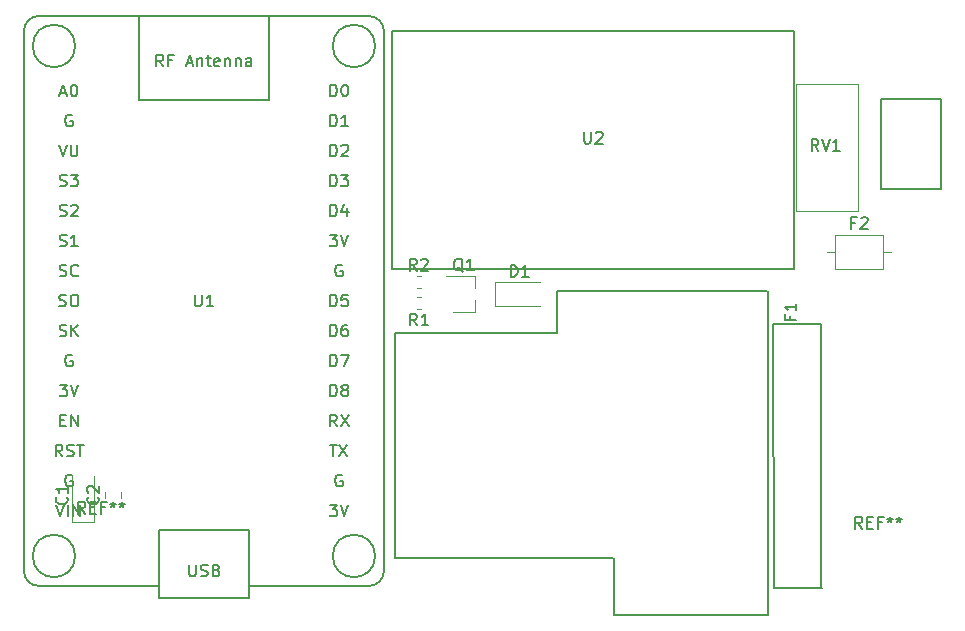
<source format=gbr>
G04 #@! TF.GenerationSoftware,KiCad,Pcbnew,5.0.0-fee4fd1~66~ubuntu16.04.1*
G04 #@! TF.CreationDate,2018-12-09T19:38:54+07:00*
G04 #@! TF.ProjectId,master_circuit,6D61737465725F636972637569742E6B,rev?*
G04 #@! TF.SameCoordinates,Original*
G04 #@! TF.FileFunction,Legend,Top*
G04 #@! TF.FilePolarity,Positive*
%FSLAX46Y46*%
G04 Gerber Fmt 4.6, Leading zero omitted, Abs format (unit mm)*
G04 Created by KiCad (PCBNEW 5.0.0-fee4fd1~66~ubuntu16.04.1) date Sun Dec  9 19:38:54 2018*
%MOMM*%
%LPD*%
G01*
G04 APERTURE LIST*
%ADD10C,0.120000*%
%ADD11C,0.150000*%
G04 APERTURE END LIST*
D10*
G04 #@! TO.C,F2*
X175466000Y-111356000D02*
X175466000Y-114196000D01*
X175466000Y-114196000D02*
X179506000Y-114196000D01*
X179506000Y-114196000D02*
X179506000Y-111356000D01*
X179506000Y-111356000D02*
X175466000Y-111356000D01*
X174776000Y-112776000D02*
X175466000Y-112776000D01*
X180196000Y-112776000D02*
X179506000Y-112776000D01*
D11*
G04 #@! TO.C,J3*
X179324000Y-99822000D02*
X184404000Y-99822000D01*
X184404000Y-99822000D02*
X184404000Y-107442000D01*
X184404000Y-107442000D02*
X179324000Y-107442000D01*
X179324000Y-107442000D02*
X179324000Y-99822000D01*
G04 #@! TO.C,F1*
X174212000Y-118856000D02*
X174244000Y-141224000D01*
X170212000Y-118856000D02*
X170307000Y-141224000D01*
X174307000Y-141224000D02*
X170307000Y-141224000D01*
X174212000Y-118856000D02*
X170212000Y-118856000D01*
D10*
G04 #@! TO.C,C2*
X115010000Y-133608578D02*
X115010000Y-133091422D01*
X113590000Y-133608578D02*
X113590000Y-133091422D01*
G04 #@! TO.C,D1*
X146644000Y-115332000D02*
X146644000Y-117332000D01*
X146644000Y-117332000D02*
X150494000Y-117332000D01*
X146644000Y-115332000D02*
X150494000Y-115332000D01*
D11*
G04 #@! TO.C,K1*
X169718000Y-116110000D02*
X169718000Y-143510000D01*
X169672000Y-116078000D02*
X151892000Y-116078000D01*
X138176000Y-119634000D02*
X138176000Y-138684000D01*
X156666000Y-138694000D02*
X138176000Y-138684000D01*
X156718000Y-143464000D02*
X156718000Y-138684000D01*
X156718000Y-143510000D02*
X169718000Y-143510000D01*
X151892000Y-119634000D02*
X138176000Y-119634000D01*
X151892000Y-119608000D02*
X151892000Y-116078000D01*
D10*
G04 #@! TO.C,R1*
X140370779Y-117604000D02*
X140045221Y-117604000D01*
X140370779Y-116584000D02*
X140045221Y-116584000D01*
D11*
G04 #@! TO.C,U1*
X135975001Y-141045001D02*
X125805001Y-141045001D01*
X127495001Y-99915001D02*
X116495001Y-99915001D01*
X127495001Y-92785001D02*
X127495001Y-99915001D01*
X116495001Y-99915001D02*
X116495001Y-92785001D01*
X118195001Y-142045001D02*
X118195001Y-136315001D01*
X118195001Y-136315001D02*
X125795001Y-136315001D01*
X125795001Y-136315001D02*
X125795001Y-142045001D01*
X125795001Y-142045001D02*
X118195001Y-142045001D01*
X108025001Y-92785001D02*
G75*
G03X106755001Y-94055001I0J-1270000D01*
G01*
X137235001Y-94055001D02*
G75*
G03X135965001Y-92785001I-1270000J0D01*
G01*
X135965001Y-141045001D02*
G75*
G03X137235001Y-139775001I0J1270000D01*
G01*
X106755001Y-139775001D02*
G75*
G03X108025001Y-141045001I1270000J0D01*
G01*
X137235001Y-94055001D02*
X137235001Y-139775001D01*
X106755001Y-94055001D02*
X106755001Y-139775001D01*
X118195001Y-141045001D02*
X108025001Y-141045001D01*
X136491052Y-138505001D02*
G75*
G03X136491052Y-138505001I-1796051J0D01*
G01*
X111091052Y-138505001D02*
G75*
G03X111091052Y-138505001I-1796051J0D01*
G01*
X111091052Y-95325001D02*
G75*
G03X111091052Y-95325001I-1796051J0D01*
G01*
X136491052Y-95325001D02*
G75*
G03X136491052Y-95325001I-1796051J0D01*
G01*
X135965001Y-92785001D02*
X108025001Y-92785001D01*
G04 #@! TO.C,U2*
X171940000Y-114240000D02*
X171940000Y-94040000D01*
X137940000Y-114240000D02*
X171940000Y-114240000D01*
X137940000Y-114040000D02*
X137940000Y-114240000D01*
X137940000Y-94040000D02*
X137940000Y-114040000D01*
X171940000Y-94040000D02*
X137940000Y-94040000D01*
D10*
G04 #@! TO.C,R2*
X140019721Y-114806000D02*
X140345279Y-114806000D01*
X140019721Y-115826000D02*
X140345279Y-115826000D01*
G04 #@! TO.C,RV1*
X172132000Y-109316000D02*
X172132000Y-98576000D01*
X177372000Y-109316000D02*
X177372000Y-98576000D01*
X172132000Y-109316000D02*
X177372000Y-109316000D01*
X172132000Y-98576000D02*
X177372000Y-98576000D01*
G04 #@! TO.C,Q1*
X144968000Y-116832000D02*
X144968000Y-117882000D01*
X144968000Y-117882000D02*
X143118000Y-117882000D01*
X144968000Y-114832000D02*
X144968000Y-115832000D01*
X144948000Y-114822000D02*
X142518000Y-114822000D01*
G04 #@! TO.C,C1*
X110825000Y-131750000D02*
X110825000Y-135660000D01*
X110825000Y-135660000D02*
X112695000Y-135660000D01*
X112695000Y-135660000D02*
X112695000Y-131750000D01*
G04 #@! TO.C,REF\002A\002A*
D11*
X111950666Y-134922380D02*
X111617333Y-134446190D01*
X111379238Y-134922380D02*
X111379238Y-133922380D01*
X111760190Y-133922380D01*
X111855428Y-133970000D01*
X111903047Y-134017619D01*
X111950666Y-134112857D01*
X111950666Y-134255714D01*
X111903047Y-134350952D01*
X111855428Y-134398571D01*
X111760190Y-134446190D01*
X111379238Y-134446190D01*
X112379238Y-134398571D02*
X112712571Y-134398571D01*
X112855428Y-134922380D02*
X112379238Y-134922380D01*
X112379238Y-133922380D01*
X112855428Y-133922380D01*
X113617333Y-134398571D02*
X113284000Y-134398571D01*
X113284000Y-134922380D02*
X113284000Y-133922380D01*
X113760190Y-133922380D01*
X114284000Y-133922380D02*
X114284000Y-134160476D01*
X114045904Y-134065238D02*
X114284000Y-134160476D01*
X114522095Y-134065238D01*
X114141142Y-134350952D02*
X114284000Y-134160476D01*
X114426857Y-134350952D01*
X115045904Y-133922380D02*
X115045904Y-134160476D01*
X114807809Y-134065238D02*
X115045904Y-134160476D01*
X115284000Y-134065238D01*
X114903047Y-134350952D02*
X115045904Y-134160476D01*
X115188761Y-134350952D01*
X177736666Y-136192380D02*
X177403333Y-135716190D01*
X177165238Y-136192380D02*
X177165238Y-135192380D01*
X177546190Y-135192380D01*
X177641428Y-135240000D01*
X177689047Y-135287619D01*
X177736666Y-135382857D01*
X177736666Y-135525714D01*
X177689047Y-135620952D01*
X177641428Y-135668571D01*
X177546190Y-135716190D01*
X177165238Y-135716190D01*
X178165238Y-135668571D02*
X178498571Y-135668571D01*
X178641428Y-136192380D02*
X178165238Y-136192380D01*
X178165238Y-135192380D01*
X178641428Y-135192380D01*
X179403333Y-135668571D02*
X179070000Y-135668571D01*
X179070000Y-136192380D02*
X179070000Y-135192380D01*
X179546190Y-135192380D01*
X180070000Y-135192380D02*
X180070000Y-135430476D01*
X179831904Y-135335238D02*
X180070000Y-135430476D01*
X180308095Y-135335238D01*
X179927142Y-135620952D02*
X180070000Y-135430476D01*
X180212857Y-135620952D01*
X180831904Y-135192380D02*
X180831904Y-135430476D01*
X180593809Y-135335238D02*
X180831904Y-135430476D01*
X181070000Y-135335238D01*
X180689047Y-135620952D02*
X180831904Y-135430476D01*
X180974761Y-135620952D01*
G04 #@! TO.C,F2*
X177152666Y-110284571D02*
X176819333Y-110284571D01*
X176819333Y-110808380D02*
X176819333Y-109808380D01*
X177295523Y-109808380D01*
X177628857Y-109903619D02*
X177676476Y-109856000D01*
X177771714Y-109808380D01*
X178009809Y-109808380D01*
X178105047Y-109856000D01*
X178152666Y-109903619D01*
X178200285Y-109998857D01*
X178200285Y-110094095D01*
X178152666Y-110236952D01*
X177581238Y-110808380D01*
X178200285Y-110808380D01*
G04 #@! TO.C,F1*
X171640571Y-118189333D02*
X171640571Y-118522666D01*
X172164380Y-118522666D02*
X171164380Y-118522666D01*
X171164380Y-118046476D01*
X172164380Y-117141714D02*
X172164380Y-117713142D01*
X172164380Y-117427428D02*
X171164380Y-117427428D01*
X171307238Y-117522666D01*
X171402476Y-117617904D01*
X171450095Y-117713142D01*
G04 #@! TO.C,C2*
X113007142Y-133516666D02*
X113054761Y-133564285D01*
X113102380Y-133707142D01*
X113102380Y-133802380D01*
X113054761Y-133945238D01*
X112959523Y-134040476D01*
X112864285Y-134088095D01*
X112673809Y-134135714D01*
X112530952Y-134135714D01*
X112340476Y-134088095D01*
X112245238Y-134040476D01*
X112150000Y-133945238D01*
X112102380Y-133802380D01*
X112102380Y-133707142D01*
X112150000Y-133564285D01*
X112197619Y-133516666D01*
X112197619Y-133135714D02*
X112150000Y-133088095D01*
X112102380Y-132992857D01*
X112102380Y-132754761D01*
X112150000Y-132659523D01*
X112197619Y-132611904D01*
X112292857Y-132564285D01*
X112388095Y-132564285D01*
X112530952Y-132611904D01*
X113102380Y-133183333D01*
X113102380Y-132564285D01*
G04 #@! TO.C,D1*
X147978904Y-114879380D02*
X147978904Y-113879380D01*
X148217000Y-113879380D01*
X148359857Y-113927000D01*
X148455095Y-114022238D01*
X148502714Y-114117476D01*
X148550333Y-114307952D01*
X148550333Y-114450809D01*
X148502714Y-114641285D01*
X148455095Y-114736523D01*
X148359857Y-114831761D01*
X148217000Y-114879380D01*
X147978904Y-114879380D01*
X149502714Y-114879380D02*
X148931285Y-114879380D01*
X149217000Y-114879380D02*
X149217000Y-113879380D01*
X149121761Y-114022238D01*
X149026523Y-114117476D01*
X148931285Y-114165095D01*
G04 #@! TO.C,R1*
X140041333Y-118976380D02*
X139708000Y-118500190D01*
X139469904Y-118976380D02*
X139469904Y-117976380D01*
X139850857Y-117976380D01*
X139946095Y-118024000D01*
X139993714Y-118071619D01*
X140041333Y-118166857D01*
X140041333Y-118309714D01*
X139993714Y-118404952D01*
X139946095Y-118452571D01*
X139850857Y-118500190D01*
X139469904Y-118500190D01*
X140993714Y-118976380D02*
X140422285Y-118976380D01*
X140708000Y-118976380D02*
X140708000Y-117976380D01*
X140612761Y-118119238D01*
X140517523Y-118214476D01*
X140422285Y-118262095D01*
G04 #@! TO.C,U1*
X121233096Y-116367381D02*
X121233096Y-117176905D01*
X121280715Y-117272143D01*
X121328334Y-117319762D01*
X121423572Y-117367381D01*
X121614048Y-117367381D01*
X121709286Y-117319762D01*
X121756905Y-117272143D01*
X121804524Y-117176905D01*
X121804524Y-116367381D01*
X122804524Y-117367381D02*
X122233096Y-117367381D01*
X122518810Y-117367381D02*
X122518810Y-116367381D01*
X122423572Y-116510239D01*
X122328334Y-116605477D01*
X122233096Y-116653096D01*
X120733096Y-139227381D02*
X120733096Y-140036905D01*
X120780715Y-140132143D01*
X120828334Y-140179762D01*
X120923572Y-140227381D01*
X121114048Y-140227381D01*
X121209286Y-140179762D01*
X121256905Y-140132143D01*
X121304524Y-140036905D01*
X121304524Y-139227381D01*
X121733096Y-140179762D02*
X121875953Y-140227381D01*
X122114048Y-140227381D01*
X122209286Y-140179762D01*
X122256905Y-140132143D01*
X122304524Y-140036905D01*
X122304524Y-139941667D01*
X122256905Y-139846429D01*
X122209286Y-139798810D01*
X122114048Y-139751191D01*
X121923572Y-139703572D01*
X121828334Y-139655953D01*
X121780715Y-139608334D01*
X121733096Y-139513096D01*
X121733096Y-139417858D01*
X121780715Y-139322620D01*
X121828334Y-139275001D01*
X121923572Y-139227381D01*
X122161667Y-139227381D01*
X122304524Y-139275001D01*
X123066429Y-139703572D02*
X123209286Y-139751191D01*
X123256905Y-139798810D01*
X123304524Y-139894048D01*
X123304524Y-140036905D01*
X123256905Y-140132143D01*
X123209286Y-140179762D01*
X123114048Y-140227381D01*
X122733096Y-140227381D01*
X122733096Y-139227381D01*
X123066429Y-139227381D01*
X123161667Y-139275001D01*
X123209286Y-139322620D01*
X123256905Y-139417858D01*
X123256905Y-139513096D01*
X123209286Y-139608334D01*
X123161667Y-139655953D01*
X123066429Y-139703572D01*
X122733096Y-139703572D01*
X118542620Y-97047381D02*
X118209286Y-96571191D01*
X117971191Y-97047381D02*
X117971191Y-96047381D01*
X118352143Y-96047381D01*
X118447381Y-96095001D01*
X118495001Y-96142620D01*
X118542620Y-96237858D01*
X118542620Y-96380715D01*
X118495001Y-96475953D01*
X118447381Y-96523572D01*
X118352143Y-96571191D01*
X117971191Y-96571191D01*
X119304524Y-96523572D02*
X118971191Y-96523572D01*
X118971191Y-97047381D02*
X118971191Y-96047381D01*
X119447381Y-96047381D01*
X120542620Y-96761667D02*
X121018810Y-96761667D01*
X120447381Y-97047381D02*
X120780715Y-96047381D01*
X121114048Y-97047381D01*
X121447381Y-96380715D02*
X121447381Y-97047381D01*
X121447381Y-96475953D02*
X121495001Y-96428334D01*
X121590239Y-96380715D01*
X121733096Y-96380715D01*
X121828334Y-96428334D01*
X121875953Y-96523572D01*
X121875953Y-97047381D01*
X122209286Y-96380715D02*
X122590239Y-96380715D01*
X122352143Y-96047381D02*
X122352143Y-96904524D01*
X122399762Y-96999762D01*
X122495001Y-97047381D01*
X122590239Y-97047381D01*
X123304524Y-96999762D02*
X123209286Y-97047381D01*
X123018810Y-97047381D01*
X122923572Y-96999762D01*
X122875953Y-96904524D01*
X122875953Y-96523572D01*
X122923572Y-96428334D01*
X123018810Y-96380715D01*
X123209286Y-96380715D01*
X123304524Y-96428334D01*
X123352143Y-96523572D01*
X123352143Y-96618810D01*
X122875953Y-96714048D01*
X123780715Y-96380715D02*
X123780715Y-97047381D01*
X123780715Y-96475953D02*
X123828334Y-96428334D01*
X123923572Y-96380715D01*
X124066429Y-96380715D01*
X124161667Y-96428334D01*
X124209286Y-96523572D01*
X124209286Y-97047381D01*
X124685477Y-96380715D02*
X124685477Y-97047381D01*
X124685477Y-96475953D02*
X124733096Y-96428334D01*
X124828334Y-96380715D01*
X124971191Y-96380715D01*
X125066429Y-96428334D01*
X125114048Y-96523572D01*
X125114048Y-97047381D01*
X126018810Y-97047381D02*
X126018810Y-96523572D01*
X125971191Y-96428334D01*
X125875953Y-96380715D01*
X125685477Y-96380715D01*
X125590239Y-96428334D01*
X126018810Y-96999762D02*
X125923572Y-97047381D01*
X125685477Y-97047381D01*
X125590239Y-96999762D01*
X125542620Y-96904524D01*
X125542620Y-96809286D01*
X125590239Y-96714048D01*
X125685477Y-96666429D01*
X125923572Y-96666429D01*
X126018810Y-96618810D01*
X109469762Y-134147381D02*
X109803096Y-135147381D01*
X110136429Y-134147381D01*
X110469762Y-135147381D02*
X110469762Y-134147381D01*
X110945953Y-135147381D02*
X110945953Y-134147381D01*
X111517381Y-135147381D01*
X111517381Y-134147381D01*
X110826905Y-131655001D02*
X110731667Y-131607381D01*
X110588810Y-131607381D01*
X110445953Y-131655001D01*
X110350715Y-131750239D01*
X110303096Y-131845477D01*
X110255477Y-132035953D01*
X110255477Y-132178810D01*
X110303096Y-132369286D01*
X110350715Y-132464524D01*
X110445953Y-132559762D01*
X110588810Y-132607381D01*
X110684048Y-132607381D01*
X110826905Y-132559762D01*
X110874524Y-132512143D01*
X110874524Y-132178810D01*
X110684048Y-132178810D01*
X110017381Y-130067381D02*
X109684048Y-129591191D01*
X109445953Y-130067381D02*
X109445953Y-129067381D01*
X109826905Y-129067381D01*
X109922143Y-129115001D01*
X109969762Y-129162620D01*
X110017381Y-129257858D01*
X110017381Y-129400715D01*
X109969762Y-129495953D01*
X109922143Y-129543572D01*
X109826905Y-129591191D01*
X109445953Y-129591191D01*
X110398334Y-130019762D02*
X110541191Y-130067381D01*
X110779286Y-130067381D01*
X110874524Y-130019762D01*
X110922143Y-129972143D01*
X110969762Y-129876905D01*
X110969762Y-129781667D01*
X110922143Y-129686429D01*
X110874524Y-129638810D01*
X110779286Y-129591191D01*
X110588810Y-129543572D01*
X110493572Y-129495953D01*
X110445953Y-129448334D01*
X110398334Y-129353096D01*
X110398334Y-129257858D01*
X110445953Y-129162620D01*
X110493572Y-129115001D01*
X110588810Y-129067381D01*
X110826905Y-129067381D01*
X110969762Y-129115001D01*
X111255477Y-129067381D02*
X111826905Y-129067381D01*
X111541191Y-130067381D02*
X111541191Y-129067381D01*
X109826905Y-127003572D02*
X110160239Y-127003572D01*
X110303096Y-127527381D02*
X109826905Y-127527381D01*
X109826905Y-126527381D01*
X110303096Y-126527381D01*
X110731667Y-127527381D02*
X110731667Y-126527381D01*
X111303096Y-127527381D01*
X111303096Y-126527381D01*
X109803096Y-123987381D02*
X110422143Y-123987381D01*
X110088810Y-124368334D01*
X110231667Y-124368334D01*
X110326905Y-124415953D01*
X110374524Y-124463572D01*
X110422143Y-124558810D01*
X110422143Y-124796905D01*
X110374524Y-124892143D01*
X110326905Y-124939762D01*
X110231667Y-124987381D01*
X109945953Y-124987381D01*
X109850715Y-124939762D01*
X109803096Y-124892143D01*
X110707858Y-123987381D02*
X111041191Y-124987381D01*
X111374524Y-123987381D01*
X110826905Y-121495001D02*
X110731667Y-121447381D01*
X110588810Y-121447381D01*
X110445953Y-121495001D01*
X110350715Y-121590239D01*
X110303096Y-121685477D01*
X110255477Y-121875953D01*
X110255477Y-122018810D01*
X110303096Y-122209286D01*
X110350715Y-122304524D01*
X110445953Y-122399762D01*
X110588810Y-122447381D01*
X110684048Y-122447381D01*
X110826905Y-122399762D01*
X110874524Y-122352143D01*
X110874524Y-122018810D01*
X110684048Y-122018810D01*
X109779286Y-119859762D02*
X109922143Y-119907381D01*
X110160239Y-119907381D01*
X110255477Y-119859762D01*
X110303096Y-119812143D01*
X110350715Y-119716905D01*
X110350715Y-119621667D01*
X110303096Y-119526429D01*
X110255477Y-119478810D01*
X110160239Y-119431191D01*
X109969762Y-119383572D01*
X109874524Y-119335953D01*
X109826905Y-119288334D01*
X109779286Y-119193096D01*
X109779286Y-119097858D01*
X109826905Y-119002620D01*
X109874524Y-118955001D01*
X109969762Y-118907381D01*
X110207858Y-118907381D01*
X110350715Y-118955001D01*
X110779286Y-119907381D02*
X110779286Y-118907381D01*
X111350715Y-119907381D02*
X110922143Y-119335953D01*
X111350715Y-118907381D02*
X110779286Y-119478810D01*
X109755477Y-117319762D02*
X109898334Y-117367381D01*
X110136429Y-117367381D01*
X110231667Y-117319762D01*
X110279286Y-117272143D01*
X110326905Y-117176905D01*
X110326905Y-117081667D01*
X110279286Y-116986429D01*
X110231667Y-116938810D01*
X110136429Y-116891191D01*
X109945953Y-116843572D01*
X109850715Y-116795953D01*
X109803096Y-116748334D01*
X109755477Y-116653096D01*
X109755477Y-116557858D01*
X109803096Y-116462620D01*
X109850715Y-116415001D01*
X109945953Y-116367381D01*
X110184048Y-116367381D01*
X110326905Y-116415001D01*
X110945953Y-116367381D02*
X111136429Y-116367381D01*
X111231667Y-116415001D01*
X111326905Y-116510239D01*
X111374524Y-116700715D01*
X111374524Y-117034048D01*
X111326905Y-117224524D01*
X111231667Y-117319762D01*
X111136429Y-117367381D01*
X110945953Y-117367381D01*
X110850715Y-117319762D01*
X110755477Y-117224524D01*
X110707858Y-117034048D01*
X110707858Y-116700715D01*
X110755477Y-116510239D01*
X110850715Y-116415001D01*
X110945953Y-116367381D01*
X109779286Y-114779762D02*
X109922143Y-114827381D01*
X110160239Y-114827381D01*
X110255477Y-114779762D01*
X110303096Y-114732143D01*
X110350715Y-114636905D01*
X110350715Y-114541667D01*
X110303096Y-114446429D01*
X110255477Y-114398810D01*
X110160239Y-114351191D01*
X109969762Y-114303572D01*
X109874524Y-114255953D01*
X109826905Y-114208334D01*
X109779286Y-114113096D01*
X109779286Y-114017858D01*
X109826905Y-113922620D01*
X109874524Y-113875001D01*
X109969762Y-113827381D01*
X110207858Y-113827381D01*
X110350715Y-113875001D01*
X111350715Y-114732143D02*
X111303096Y-114779762D01*
X111160239Y-114827381D01*
X111065001Y-114827381D01*
X110922143Y-114779762D01*
X110826905Y-114684524D01*
X110779286Y-114589286D01*
X110731667Y-114398810D01*
X110731667Y-114255953D01*
X110779286Y-114065477D01*
X110826905Y-113970239D01*
X110922143Y-113875001D01*
X111065001Y-113827381D01*
X111160239Y-113827381D01*
X111303096Y-113875001D01*
X111350715Y-113922620D01*
X109803096Y-112239762D02*
X109945953Y-112287381D01*
X110184048Y-112287381D01*
X110279286Y-112239762D01*
X110326905Y-112192143D01*
X110374524Y-112096905D01*
X110374524Y-112001667D01*
X110326905Y-111906429D01*
X110279286Y-111858810D01*
X110184048Y-111811191D01*
X109993572Y-111763572D01*
X109898334Y-111715953D01*
X109850715Y-111668334D01*
X109803096Y-111573096D01*
X109803096Y-111477858D01*
X109850715Y-111382620D01*
X109898334Y-111335001D01*
X109993572Y-111287381D01*
X110231667Y-111287381D01*
X110374524Y-111335001D01*
X111326905Y-112287381D02*
X110755477Y-112287381D01*
X111041191Y-112287381D02*
X111041191Y-111287381D01*
X110945953Y-111430239D01*
X110850715Y-111525477D01*
X110755477Y-111573096D01*
X109803096Y-109699762D02*
X109945953Y-109747381D01*
X110184048Y-109747381D01*
X110279286Y-109699762D01*
X110326905Y-109652143D01*
X110374524Y-109556905D01*
X110374524Y-109461667D01*
X110326905Y-109366429D01*
X110279286Y-109318810D01*
X110184048Y-109271191D01*
X109993572Y-109223572D01*
X109898334Y-109175953D01*
X109850715Y-109128334D01*
X109803096Y-109033096D01*
X109803096Y-108937858D01*
X109850715Y-108842620D01*
X109898334Y-108795001D01*
X109993572Y-108747381D01*
X110231667Y-108747381D01*
X110374524Y-108795001D01*
X110755477Y-108842620D02*
X110803096Y-108795001D01*
X110898334Y-108747381D01*
X111136429Y-108747381D01*
X111231667Y-108795001D01*
X111279286Y-108842620D01*
X111326905Y-108937858D01*
X111326905Y-109033096D01*
X111279286Y-109175953D01*
X110707858Y-109747381D01*
X111326905Y-109747381D01*
X109803096Y-107159762D02*
X109945953Y-107207381D01*
X110184048Y-107207381D01*
X110279286Y-107159762D01*
X110326905Y-107112143D01*
X110374524Y-107016905D01*
X110374524Y-106921667D01*
X110326905Y-106826429D01*
X110279286Y-106778810D01*
X110184048Y-106731191D01*
X109993572Y-106683572D01*
X109898334Y-106635953D01*
X109850715Y-106588334D01*
X109803096Y-106493096D01*
X109803096Y-106397858D01*
X109850715Y-106302620D01*
X109898334Y-106255001D01*
X109993572Y-106207381D01*
X110231667Y-106207381D01*
X110374524Y-106255001D01*
X110707858Y-106207381D02*
X111326905Y-106207381D01*
X110993572Y-106588334D01*
X111136429Y-106588334D01*
X111231667Y-106635953D01*
X111279286Y-106683572D01*
X111326905Y-106778810D01*
X111326905Y-107016905D01*
X111279286Y-107112143D01*
X111231667Y-107159762D01*
X111136429Y-107207381D01*
X110850715Y-107207381D01*
X110755477Y-107159762D01*
X110707858Y-107112143D01*
X109707858Y-103667381D02*
X110041191Y-104667381D01*
X110374524Y-103667381D01*
X110707858Y-103667381D02*
X110707858Y-104476905D01*
X110755477Y-104572143D01*
X110803096Y-104619762D01*
X110898334Y-104667381D01*
X111088810Y-104667381D01*
X111184048Y-104619762D01*
X111231667Y-104572143D01*
X111279286Y-104476905D01*
X111279286Y-103667381D01*
X110826905Y-101175001D02*
X110731667Y-101127381D01*
X110588810Y-101127381D01*
X110445953Y-101175001D01*
X110350715Y-101270239D01*
X110303096Y-101365477D01*
X110255477Y-101555953D01*
X110255477Y-101698810D01*
X110303096Y-101889286D01*
X110350715Y-101984524D01*
X110445953Y-102079762D01*
X110588810Y-102127381D01*
X110684048Y-102127381D01*
X110826905Y-102079762D01*
X110874524Y-102032143D01*
X110874524Y-101698810D01*
X110684048Y-101698810D01*
X109850715Y-99301667D02*
X110326905Y-99301667D01*
X109755477Y-99587381D02*
X110088810Y-98587381D01*
X110422143Y-99587381D01*
X110945953Y-98587381D02*
X111041191Y-98587381D01*
X111136429Y-98635001D01*
X111184048Y-98682620D01*
X111231667Y-98777858D01*
X111279286Y-98968334D01*
X111279286Y-99206429D01*
X111231667Y-99396905D01*
X111184048Y-99492143D01*
X111136429Y-99539762D01*
X111041191Y-99587381D01*
X110945953Y-99587381D01*
X110850715Y-99539762D01*
X110803096Y-99492143D01*
X110755477Y-99396905D01*
X110707858Y-99206429D01*
X110707858Y-98968334D01*
X110755477Y-98777858D01*
X110803096Y-98682620D01*
X110850715Y-98635001D01*
X110945953Y-98587381D01*
X132663096Y-134147381D02*
X133282143Y-134147381D01*
X132948810Y-134528334D01*
X133091667Y-134528334D01*
X133186905Y-134575953D01*
X133234524Y-134623572D01*
X133282143Y-134718810D01*
X133282143Y-134956905D01*
X133234524Y-135052143D01*
X133186905Y-135099762D01*
X133091667Y-135147381D01*
X132805953Y-135147381D01*
X132710715Y-135099762D01*
X132663096Y-135052143D01*
X133567858Y-134147381D02*
X133901191Y-135147381D01*
X134234524Y-134147381D01*
X133686905Y-131655001D02*
X133591667Y-131607381D01*
X133448810Y-131607381D01*
X133305953Y-131655001D01*
X133210715Y-131750239D01*
X133163096Y-131845477D01*
X133115477Y-132035953D01*
X133115477Y-132178810D01*
X133163096Y-132369286D01*
X133210715Y-132464524D01*
X133305953Y-132559762D01*
X133448810Y-132607381D01*
X133544048Y-132607381D01*
X133686905Y-132559762D01*
X133734524Y-132512143D01*
X133734524Y-132178810D01*
X133544048Y-132178810D01*
X132663096Y-129067381D02*
X133234524Y-129067381D01*
X132948810Y-130067381D02*
X132948810Y-129067381D01*
X133472620Y-129067381D02*
X134139286Y-130067381D01*
X134139286Y-129067381D02*
X133472620Y-130067381D01*
X133258334Y-127527381D02*
X132925001Y-127051191D01*
X132686905Y-127527381D02*
X132686905Y-126527381D01*
X133067858Y-126527381D01*
X133163096Y-126575001D01*
X133210715Y-126622620D01*
X133258334Y-126717858D01*
X133258334Y-126860715D01*
X133210715Y-126955953D01*
X133163096Y-127003572D01*
X133067858Y-127051191D01*
X132686905Y-127051191D01*
X133591667Y-126527381D02*
X134258334Y-127527381D01*
X134258334Y-126527381D02*
X133591667Y-127527381D01*
X132686905Y-124987381D02*
X132686905Y-123987381D01*
X132925001Y-123987381D01*
X133067858Y-124035001D01*
X133163096Y-124130239D01*
X133210715Y-124225477D01*
X133258334Y-124415953D01*
X133258334Y-124558810D01*
X133210715Y-124749286D01*
X133163096Y-124844524D01*
X133067858Y-124939762D01*
X132925001Y-124987381D01*
X132686905Y-124987381D01*
X133829762Y-124415953D02*
X133734524Y-124368334D01*
X133686905Y-124320715D01*
X133639286Y-124225477D01*
X133639286Y-124177858D01*
X133686905Y-124082620D01*
X133734524Y-124035001D01*
X133829762Y-123987381D01*
X134020239Y-123987381D01*
X134115477Y-124035001D01*
X134163096Y-124082620D01*
X134210715Y-124177858D01*
X134210715Y-124225477D01*
X134163096Y-124320715D01*
X134115477Y-124368334D01*
X134020239Y-124415953D01*
X133829762Y-124415953D01*
X133734524Y-124463572D01*
X133686905Y-124511191D01*
X133639286Y-124606429D01*
X133639286Y-124796905D01*
X133686905Y-124892143D01*
X133734524Y-124939762D01*
X133829762Y-124987381D01*
X134020239Y-124987381D01*
X134115477Y-124939762D01*
X134163096Y-124892143D01*
X134210715Y-124796905D01*
X134210715Y-124606429D01*
X134163096Y-124511191D01*
X134115477Y-124463572D01*
X134020239Y-124415953D01*
X132686905Y-122447381D02*
X132686905Y-121447381D01*
X132925001Y-121447381D01*
X133067858Y-121495001D01*
X133163096Y-121590239D01*
X133210715Y-121685477D01*
X133258334Y-121875953D01*
X133258334Y-122018810D01*
X133210715Y-122209286D01*
X133163096Y-122304524D01*
X133067858Y-122399762D01*
X132925001Y-122447381D01*
X132686905Y-122447381D01*
X133591667Y-121447381D02*
X134258334Y-121447381D01*
X133829762Y-122447381D01*
X132686905Y-119907381D02*
X132686905Y-118907381D01*
X132925001Y-118907381D01*
X133067858Y-118955001D01*
X133163096Y-119050239D01*
X133210715Y-119145477D01*
X133258334Y-119335953D01*
X133258334Y-119478810D01*
X133210715Y-119669286D01*
X133163096Y-119764524D01*
X133067858Y-119859762D01*
X132925001Y-119907381D01*
X132686905Y-119907381D01*
X134115477Y-118907381D02*
X133925001Y-118907381D01*
X133829762Y-118955001D01*
X133782143Y-119002620D01*
X133686905Y-119145477D01*
X133639286Y-119335953D01*
X133639286Y-119716905D01*
X133686905Y-119812143D01*
X133734524Y-119859762D01*
X133829762Y-119907381D01*
X134020239Y-119907381D01*
X134115477Y-119859762D01*
X134163096Y-119812143D01*
X134210715Y-119716905D01*
X134210715Y-119478810D01*
X134163096Y-119383572D01*
X134115477Y-119335953D01*
X134020239Y-119288334D01*
X133829762Y-119288334D01*
X133734524Y-119335953D01*
X133686905Y-119383572D01*
X133639286Y-119478810D01*
X132686905Y-117367381D02*
X132686905Y-116367381D01*
X132925001Y-116367381D01*
X133067858Y-116415001D01*
X133163096Y-116510239D01*
X133210715Y-116605477D01*
X133258334Y-116795953D01*
X133258334Y-116938810D01*
X133210715Y-117129286D01*
X133163096Y-117224524D01*
X133067858Y-117319762D01*
X132925001Y-117367381D01*
X132686905Y-117367381D01*
X134163096Y-116367381D02*
X133686905Y-116367381D01*
X133639286Y-116843572D01*
X133686905Y-116795953D01*
X133782143Y-116748334D01*
X134020239Y-116748334D01*
X134115477Y-116795953D01*
X134163096Y-116843572D01*
X134210715Y-116938810D01*
X134210715Y-117176905D01*
X134163096Y-117272143D01*
X134115477Y-117319762D01*
X134020239Y-117367381D01*
X133782143Y-117367381D01*
X133686905Y-117319762D01*
X133639286Y-117272143D01*
X133686905Y-113875001D02*
X133591667Y-113827381D01*
X133448810Y-113827381D01*
X133305953Y-113875001D01*
X133210715Y-113970239D01*
X133163096Y-114065477D01*
X133115477Y-114255953D01*
X133115477Y-114398810D01*
X133163096Y-114589286D01*
X133210715Y-114684524D01*
X133305953Y-114779762D01*
X133448810Y-114827381D01*
X133544048Y-114827381D01*
X133686905Y-114779762D01*
X133734524Y-114732143D01*
X133734524Y-114398810D01*
X133544048Y-114398810D01*
X132663096Y-111287381D02*
X133282143Y-111287381D01*
X132948810Y-111668334D01*
X133091667Y-111668334D01*
X133186905Y-111715953D01*
X133234524Y-111763572D01*
X133282143Y-111858810D01*
X133282143Y-112096905D01*
X133234524Y-112192143D01*
X133186905Y-112239762D01*
X133091667Y-112287381D01*
X132805953Y-112287381D01*
X132710715Y-112239762D01*
X132663096Y-112192143D01*
X133567858Y-111287381D02*
X133901191Y-112287381D01*
X134234524Y-111287381D01*
X132686905Y-109747381D02*
X132686905Y-108747381D01*
X132925001Y-108747381D01*
X133067858Y-108795001D01*
X133163096Y-108890239D01*
X133210715Y-108985477D01*
X133258334Y-109175953D01*
X133258334Y-109318810D01*
X133210715Y-109509286D01*
X133163096Y-109604524D01*
X133067858Y-109699762D01*
X132925001Y-109747381D01*
X132686905Y-109747381D01*
X134115477Y-109080715D02*
X134115477Y-109747381D01*
X133877381Y-108699762D02*
X133639286Y-109414048D01*
X134258334Y-109414048D01*
X132686905Y-107207381D02*
X132686905Y-106207381D01*
X132925001Y-106207381D01*
X133067858Y-106255001D01*
X133163096Y-106350239D01*
X133210715Y-106445477D01*
X133258334Y-106635953D01*
X133258334Y-106778810D01*
X133210715Y-106969286D01*
X133163096Y-107064524D01*
X133067858Y-107159762D01*
X132925001Y-107207381D01*
X132686905Y-107207381D01*
X133591667Y-106207381D02*
X134210715Y-106207381D01*
X133877381Y-106588334D01*
X134020239Y-106588334D01*
X134115477Y-106635953D01*
X134163096Y-106683572D01*
X134210715Y-106778810D01*
X134210715Y-107016905D01*
X134163096Y-107112143D01*
X134115477Y-107159762D01*
X134020239Y-107207381D01*
X133734524Y-107207381D01*
X133639286Y-107159762D01*
X133591667Y-107112143D01*
X132686905Y-104667381D02*
X132686905Y-103667381D01*
X132925001Y-103667381D01*
X133067858Y-103715001D01*
X133163096Y-103810239D01*
X133210715Y-103905477D01*
X133258334Y-104095953D01*
X133258334Y-104238810D01*
X133210715Y-104429286D01*
X133163096Y-104524524D01*
X133067858Y-104619762D01*
X132925001Y-104667381D01*
X132686905Y-104667381D01*
X133639286Y-103762620D02*
X133686905Y-103715001D01*
X133782143Y-103667381D01*
X134020239Y-103667381D01*
X134115477Y-103715001D01*
X134163096Y-103762620D01*
X134210715Y-103857858D01*
X134210715Y-103953096D01*
X134163096Y-104095953D01*
X133591667Y-104667381D01*
X134210715Y-104667381D01*
X132686905Y-102127381D02*
X132686905Y-101127381D01*
X132925001Y-101127381D01*
X133067858Y-101175001D01*
X133163096Y-101270239D01*
X133210715Y-101365477D01*
X133258334Y-101555953D01*
X133258334Y-101698810D01*
X133210715Y-101889286D01*
X133163096Y-101984524D01*
X133067858Y-102079762D01*
X132925001Y-102127381D01*
X132686905Y-102127381D01*
X134210715Y-102127381D02*
X133639286Y-102127381D01*
X133925001Y-102127381D02*
X133925001Y-101127381D01*
X133829762Y-101270239D01*
X133734524Y-101365477D01*
X133639286Y-101413096D01*
X132686905Y-99587381D02*
X132686905Y-98587381D01*
X132925001Y-98587381D01*
X133067858Y-98635001D01*
X133163096Y-98730239D01*
X133210715Y-98825477D01*
X133258334Y-99015953D01*
X133258334Y-99158810D01*
X133210715Y-99349286D01*
X133163096Y-99444524D01*
X133067858Y-99539762D01*
X132925001Y-99587381D01*
X132686905Y-99587381D01*
X133877381Y-98587381D02*
X133972620Y-98587381D01*
X134067858Y-98635001D01*
X134115477Y-98682620D01*
X134163096Y-98777858D01*
X134210715Y-98968334D01*
X134210715Y-99206429D01*
X134163096Y-99396905D01*
X134115477Y-99492143D01*
X134067858Y-99539762D01*
X133972620Y-99587381D01*
X133877381Y-99587381D01*
X133782143Y-99539762D01*
X133734524Y-99492143D01*
X133686905Y-99396905D01*
X133639286Y-99206429D01*
X133639286Y-98968334D01*
X133686905Y-98777858D01*
X133734524Y-98682620D01*
X133782143Y-98635001D01*
X133877381Y-98587381D01*
G04 #@! TO.C,U2*
X154178095Y-102592380D02*
X154178095Y-103401904D01*
X154225714Y-103497142D01*
X154273333Y-103544761D01*
X154368571Y-103592380D01*
X154559047Y-103592380D01*
X154654285Y-103544761D01*
X154701904Y-103497142D01*
X154749523Y-103401904D01*
X154749523Y-102592380D01*
X155178095Y-102687619D02*
X155225714Y-102640000D01*
X155320952Y-102592380D01*
X155559047Y-102592380D01*
X155654285Y-102640000D01*
X155701904Y-102687619D01*
X155749523Y-102782857D01*
X155749523Y-102878095D01*
X155701904Y-103020952D01*
X155130476Y-103592380D01*
X155749523Y-103592380D01*
G04 #@! TO.C,R2*
X140015833Y-114338380D02*
X139682500Y-113862190D01*
X139444404Y-114338380D02*
X139444404Y-113338380D01*
X139825357Y-113338380D01*
X139920595Y-113386000D01*
X139968214Y-113433619D01*
X140015833Y-113528857D01*
X140015833Y-113671714D01*
X139968214Y-113766952D01*
X139920595Y-113814571D01*
X139825357Y-113862190D01*
X139444404Y-113862190D01*
X140396785Y-113433619D02*
X140444404Y-113386000D01*
X140539642Y-113338380D01*
X140777738Y-113338380D01*
X140872976Y-113386000D01*
X140920595Y-113433619D01*
X140968214Y-113528857D01*
X140968214Y-113624095D01*
X140920595Y-113766952D01*
X140349166Y-114338380D01*
X140968214Y-114338380D01*
G04 #@! TO.C,RV1*
X174029761Y-104211380D02*
X173696428Y-103735190D01*
X173458333Y-104211380D02*
X173458333Y-103211380D01*
X173839285Y-103211380D01*
X173934523Y-103259000D01*
X173982142Y-103306619D01*
X174029761Y-103401857D01*
X174029761Y-103544714D01*
X173982142Y-103639952D01*
X173934523Y-103687571D01*
X173839285Y-103735190D01*
X173458333Y-103735190D01*
X174315476Y-103211380D02*
X174648809Y-104211380D01*
X174982142Y-103211380D01*
X175839285Y-104211380D02*
X175267857Y-104211380D01*
X175553571Y-104211380D02*
X175553571Y-103211380D01*
X175458333Y-103354238D01*
X175363095Y-103449476D01*
X175267857Y-103497095D01*
G04 #@! TO.C,Q1*
X143922761Y-114429619D02*
X143827523Y-114382000D01*
X143732285Y-114286761D01*
X143589428Y-114143904D01*
X143494190Y-114096285D01*
X143398952Y-114096285D01*
X143446571Y-114334380D02*
X143351333Y-114286761D01*
X143256095Y-114191523D01*
X143208476Y-114001047D01*
X143208476Y-113667714D01*
X143256095Y-113477238D01*
X143351333Y-113382000D01*
X143446571Y-113334380D01*
X143637047Y-113334380D01*
X143732285Y-113382000D01*
X143827523Y-113477238D01*
X143875142Y-113667714D01*
X143875142Y-114001047D01*
X143827523Y-114191523D01*
X143732285Y-114286761D01*
X143637047Y-114334380D01*
X143446571Y-114334380D01*
X144827523Y-114334380D02*
X144256095Y-114334380D01*
X144541809Y-114334380D02*
X144541809Y-113334380D01*
X144446571Y-113477238D01*
X144351333Y-113572476D01*
X144256095Y-113620095D01*
G04 #@! TO.C,C1*
X110367142Y-133516666D02*
X110414761Y-133564285D01*
X110462380Y-133707142D01*
X110462380Y-133802380D01*
X110414761Y-133945238D01*
X110319523Y-134040476D01*
X110224285Y-134088095D01*
X110033809Y-134135714D01*
X109890952Y-134135714D01*
X109700476Y-134088095D01*
X109605238Y-134040476D01*
X109510000Y-133945238D01*
X109462380Y-133802380D01*
X109462380Y-133707142D01*
X109510000Y-133564285D01*
X109557619Y-133516666D01*
X110462380Y-132564285D02*
X110462380Y-133135714D01*
X110462380Y-132850000D02*
X109462380Y-132850000D01*
X109605238Y-132945238D01*
X109700476Y-133040476D01*
X109748095Y-133135714D01*
G04 #@! TD*
M02*

</source>
